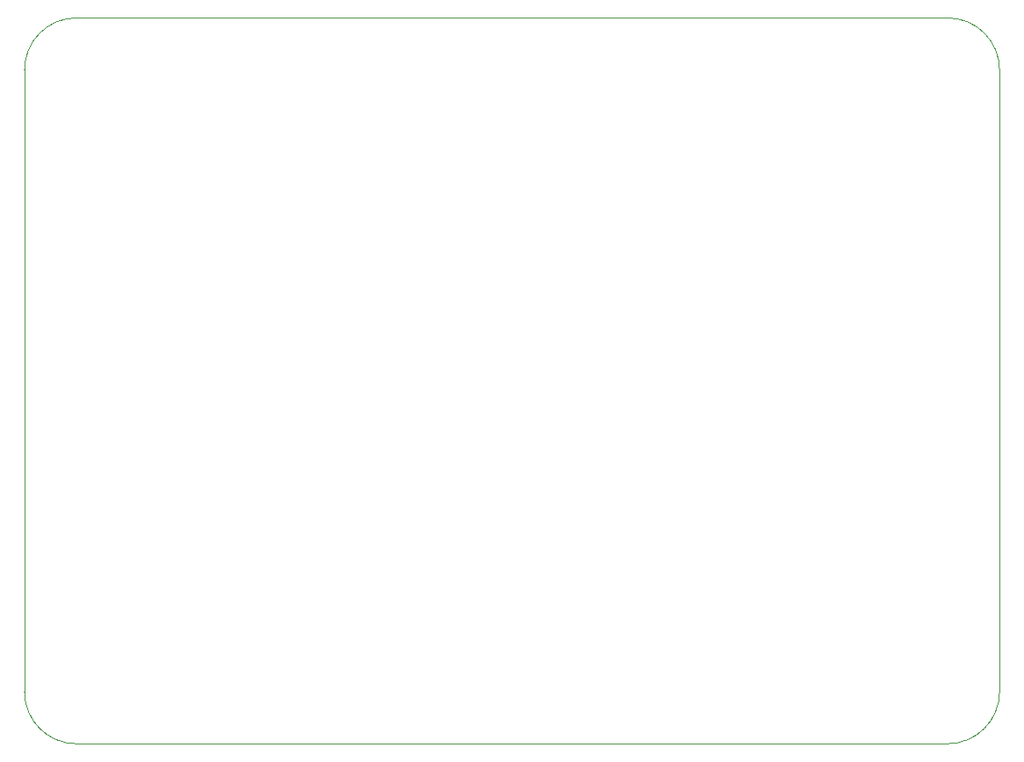
<source format=gbr>
%TF.GenerationSoftware,Altium Limited,Altium Designer,22.0.2 (36)*%
G04 Layer_Color=0*
%FSLAX45Y45*%
%MOMM*%
%TF.SameCoordinates,8084254D-3EA1-499E-96B0-688E0DB6412D*%
%TF.FilePolarity,Positive*%
%TF.FileFunction,Profile,NP*%
%TF.Part,Single*%
G01*
G75*
%TA.AperFunction,Profile*%
%ADD201C,0.02540*%
D201*
X500000Y0D02*
G02*
X0Y500000I0J500000D01*
G01*
Y6500000D01*
D02*
G02*
X500000Y7000000I500000J0D01*
G01*
X500001Y6999999D01*
X8900000Y7000000D01*
D02*
G02*
X9400001Y6500000I0J-500000D01*
G01*
Y500000D01*
D02*
G02*
X8900000Y0I-500000J0D01*
G01*
X500000D01*
%TF.MD5,8e92b752cd82612848ecbaf916a40ee3*%
M02*

</source>
